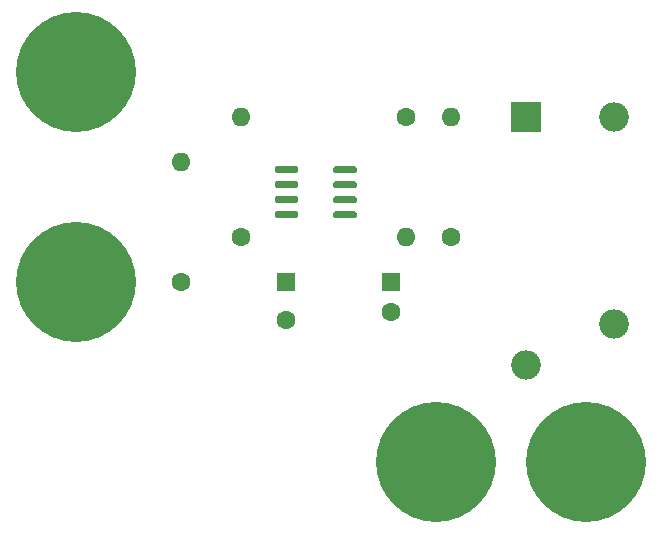
<source format=gts>
%TF.GenerationSoftware,KiCad,Pcbnew,(5.1.9)-1*%
%TF.CreationDate,2021-03-21T23:44:43+05:30*%
%TF.ProjectId,Water Level Controller using 555,57617465-7220-44c6-9576-656c20436f6e,rev?*%
%TF.SameCoordinates,Original*%
%TF.FileFunction,Soldermask,Top*%
%TF.FilePolarity,Negative*%
%FSLAX46Y46*%
G04 Gerber Fmt 4.6, Leading zero omitted, Abs format (unit mm)*
G04 Created by KiCad (PCBNEW (5.1.9)-1) date 2021-03-21 23:44:43*
%MOMM*%
%LPD*%
G01*
G04 APERTURE LIST*
%ADD10R,2.500000X2.500000*%
%ADD11O,2.500000X2.500000*%
%ADD12R,1.600000X1.600000*%
%ADD13C,1.600000*%
%ADD14C,10.160000*%
%ADD15O,1.600000X1.600000*%
G04 APERTURE END LIST*
D10*
%TO.C,K1*%
X156210000Y-64770000D03*
D11*
X156210000Y-85770000D03*
X163710000Y-82270000D03*
X163710000Y-64770000D03*
%TD*%
D12*
%TO.C,BZ1*%
X135890000Y-78740000D03*
D13*
X135890000Y-81940000D03*
%TD*%
D12*
%TO.C,C1*%
X144780000Y-78740000D03*
D13*
X144780000Y-81240000D03*
%TD*%
D14*
%TO.C,J1*%
X118110000Y-60960000D03*
%TD*%
%TO.C,J2*%
X118110000Y-78740000D03*
%TD*%
D13*
%TO.C,R1*%
X127000000Y-78740000D03*
D15*
X127000000Y-68580000D03*
%TD*%
%TO.C,R2*%
X146050000Y-74930000D03*
D13*
X146050000Y-64770000D03*
%TD*%
%TO.C,R3*%
X149860000Y-74930000D03*
D15*
X149860000Y-64770000D03*
%TD*%
%TO.C,R4*%
X132080000Y-64770000D03*
D13*
X132080000Y-74930000D03*
%TD*%
%TO.C,U1*%
G36*
G01*
X134980000Y-69365000D02*
X134980000Y-69065000D01*
G75*
G02*
X135130000Y-68915000I150000J0D01*
G01*
X136780000Y-68915000D01*
G75*
G02*
X136930000Y-69065000I0J-150000D01*
G01*
X136930000Y-69365000D01*
G75*
G02*
X136780000Y-69515000I-150000J0D01*
G01*
X135130000Y-69515000D01*
G75*
G02*
X134980000Y-69365000I0J150000D01*
G01*
G37*
G36*
G01*
X134980000Y-70635000D02*
X134980000Y-70335000D01*
G75*
G02*
X135130000Y-70185000I150000J0D01*
G01*
X136780000Y-70185000D01*
G75*
G02*
X136930000Y-70335000I0J-150000D01*
G01*
X136930000Y-70635000D01*
G75*
G02*
X136780000Y-70785000I-150000J0D01*
G01*
X135130000Y-70785000D01*
G75*
G02*
X134980000Y-70635000I0J150000D01*
G01*
G37*
G36*
G01*
X134980000Y-71905000D02*
X134980000Y-71605000D01*
G75*
G02*
X135130000Y-71455000I150000J0D01*
G01*
X136780000Y-71455000D01*
G75*
G02*
X136930000Y-71605000I0J-150000D01*
G01*
X136930000Y-71905000D01*
G75*
G02*
X136780000Y-72055000I-150000J0D01*
G01*
X135130000Y-72055000D01*
G75*
G02*
X134980000Y-71905000I0J150000D01*
G01*
G37*
G36*
G01*
X134980000Y-73175000D02*
X134980000Y-72875000D01*
G75*
G02*
X135130000Y-72725000I150000J0D01*
G01*
X136780000Y-72725000D01*
G75*
G02*
X136930000Y-72875000I0J-150000D01*
G01*
X136930000Y-73175000D01*
G75*
G02*
X136780000Y-73325000I-150000J0D01*
G01*
X135130000Y-73325000D01*
G75*
G02*
X134980000Y-73175000I0J150000D01*
G01*
G37*
G36*
G01*
X139930000Y-73175000D02*
X139930000Y-72875000D01*
G75*
G02*
X140080000Y-72725000I150000J0D01*
G01*
X141730000Y-72725000D01*
G75*
G02*
X141880000Y-72875000I0J-150000D01*
G01*
X141880000Y-73175000D01*
G75*
G02*
X141730000Y-73325000I-150000J0D01*
G01*
X140080000Y-73325000D01*
G75*
G02*
X139930000Y-73175000I0J150000D01*
G01*
G37*
G36*
G01*
X139930000Y-71905000D02*
X139930000Y-71605000D01*
G75*
G02*
X140080000Y-71455000I150000J0D01*
G01*
X141730000Y-71455000D01*
G75*
G02*
X141880000Y-71605000I0J-150000D01*
G01*
X141880000Y-71905000D01*
G75*
G02*
X141730000Y-72055000I-150000J0D01*
G01*
X140080000Y-72055000D01*
G75*
G02*
X139930000Y-71905000I0J150000D01*
G01*
G37*
G36*
G01*
X139930000Y-70635000D02*
X139930000Y-70335000D01*
G75*
G02*
X140080000Y-70185000I150000J0D01*
G01*
X141730000Y-70185000D01*
G75*
G02*
X141880000Y-70335000I0J-150000D01*
G01*
X141880000Y-70635000D01*
G75*
G02*
X141730000Y-70785000I-150000J0D01*
G01*
X140080000Y-70785000D01*
G75*
G02*
X139930000Y-70635000I0J150000D01*
G01*
G37*
G36*
G01*
X139930000Y-69365000D02*
X139930000Y-69065000D01*
G75*
G02*
X140080000Y-68915000I150000J0D01*
G01*
X141730000Y-68915000D01*
G75*
G02*
X141880000Y-69065000I0J-150000D01*
G01*
X141880000Y-69365000D01*
G75*
G02*
X141730000Y-69515000I-150000J0D01*
G01*
X140080000Y-69515000D01*
G75*
G02*
X139930000Y-69365000I0J150000D01*
G01*
G37*
%TD*%
D14*
%TO.C,J3*%
X161290000Y-93980000D03*
%TD*%
%TO.C,J4*%
X148590000Y-93980000D03*
%TD*%
M02*

</source>
